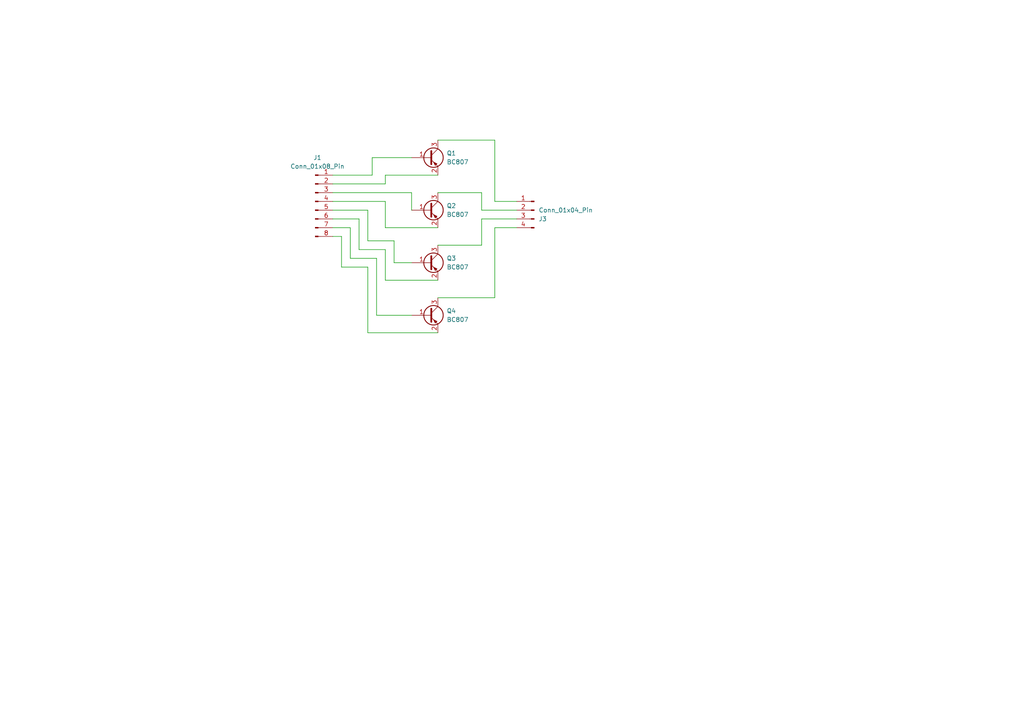
<source format=kicad_sch>
(kicad_sch (version 20230121) (generator eeschema)

  (uuid 4e6eaa1b-1fcc-4d9d-bff9-9a44e34fd559)

  (paper "A4")

  (lib_symbols
    (symbol "Connector:Conn_01x04_Pin" (pin_names (offset 1.016) hide) (in_bom yes) (on_board yes)
      (property "Reference" "J" (at 0 5.08 0)
        (effects (font (size 1.27 1.27)))
      )
      (property "Value" "Conn_01x04_Pin" (at 0 -7.62 0)
        (effects (font (size 1.27 1.27)))
      )
      (property "Footprint" "" (at 0 0 0)
        (effects (font (size 1.27 1.27)) hide)
      )
      (property "Datasheet" "~" (at 0 0 0)
        (effects (font (size 1.27 1.27)) hide)
      )
      (property "ki_locked" "" (at 0 0 0)
        (effects (font (size 1.27 1.27)))
      )
      (property "ki_keywords" "connector" (at 0 0 0)
        (effects (font (size 1.27 1.27)) hide)
      )
      (property "ki_description" "Generic connector, single row, 01x04, script generated" (at 0 0 0)
        (effects (font (size 1.27 1.27)) hide)
      )
      (property "ki_fp_filters" "Connector*:*_1x??_*" (at 0 0 0)
        (effects (font (size 1.27 1.27)) hide)
      )
      (symbol "Conn_01x04_Pin_1_1"
        (polyline
          (pts
            (xy 1.27 -5.08)
            (xy 0.8636 -5.08)
          )
          (stroke (width 0.1524) (type default))
          (fill (type none))
        )
        (polyline
          (pts
            (xy 1.27 -2.54)
            (xy 0.8636 -2.54)
          )
          (stroke (width 0.1524) (type default))
          (fill (type none))
        )
        (polyline
          (pts
            (xy 1.27 0)
            (xy 0.8636 0)
          )
          (stroke (width 0.1524) (type default))
          (fill (type none))
        )
        (polyline
          (pts
            (xy 1.27 2.54)
            (xy 0.8636 2.54)
          )
          (stroke (width 0.1524) (type default))
          (fill (type none))
        )
        (rectangle (start 0.8636 -4.953) (end 0 -5.207)
          (stroke (width 0.1524) (type default))
          (fill (type outline))
        )
        (rectangle (start 0.8636 -2.413) (end 0 -2.667)
          (stroke (width 0.1524) (type default))
          (fill (type outline))
        )
        (rectangle (start 0.8636 0.127) (end 0 -0.127)
          (stroke (width 0.1524) (type default))
          (fill (type outline))
        )
        (rectangle (start 0.8636 2.667) (end 0 2.413)
          (stroke (width 0.1524) (type default))
          (fill (type outline))
        )
        (pin passive line (at 5.08 2.54 180) (length 3.81)
          (name "Pin_1" (effects (font (size 1.27 1.27))))
          (number "1" (effects (font (size 1.27 1.27))))
        )
        (pin passive line (at 5.08 0 180) (length 3.81)
          (name "Pin_2" (effects (font (size 1.27 1.27))))
          (number "2" (effects (font (size 1.27 1.27))))
        )
        (pin passive line (at 5.08 -2.54 180) (length 3.81)
          (name "Pin_3" (effects (font (size 1.27 1.27))))
          (number "3" (effects (font (size 1.27 1.27))))
        )
        (pin passive line (at 5.08 -5.08 180) (length 3.81)
          (name "Pin_4" (effects (font (size 1.27 1.27))))
          (number "4" (effects (font (size 1.27 1.27))))
        )
      )
    )
    (symbol "Connector:Conn_01x08_Pin" (pin_names (offset 1.016) hide) (in_bom yes) (on_board yes)
      (property "Reference" "J" (at 0 10.16 0)
        (effects (font (size 1.27 1.27)))
      )
      (property "Value" "Conn_01x08_Pin" (at 0 -12.7 0)
        (effects (font (size 1.27 1.27)))
      )
      (property "Footprint" "" (at 0 0 0)
        (effects (font (size 1.27 1.27)) hide)
      )
      (property "Datasheet" "~" (at 0 0 0)
        (effects (font (size 1.27 1.27)) hide)
      )
      (property "ki_locked" "" (at 0 0 0)
        (effects (font (size 1.27 1.27)))
      )
      (property "ki_keywords" "connector" (at 0 0 0)
        (effects (font (size 1.27 1.27)) hide)
      )
      (property "ki_description" "Generic connector, single row, 01x08, script generated" (at 0 0 0)
        (effects (font (size 1.27 1.27)) hide)
      )
      (property "ki_fp_filters" "Connector*:*_1x??_*" (at 0 0 0)
        (effects (font (size 1.27 1.27)) hide)
      )
      (symbol "Conn_01x08_Pin_1_1"
        (polyline
          (pts
            (xy 1.27 -10.16)
            (xy 0.8636 -10.16)
          )
          (stroke (width 0.1524) (type default))
          (fill (type none))
        )
        (polyline
          (pts
            (xy 1.27 -7.62)
            (xy 0.8636 -7.62)
          )
          (stroke (width 0.1524) (type default))
          (fill (type none))
        )
        (polyline
          (pts
            (xy 1.27 -5.08)
            (xy 0.8636 -5.08)
          )
          (stroke (width 0.1524) (type default))
          (fill (type none))
        )
        (polyline
          (pts
            (xy 1.27 -2.54)
            (xy 0.8636 -2.54)
          )
          (stroke (width 0.1524) (type default))
          (fill (type none))
        )
        (polyline
          (pts
            (xy 1.27 0)
            (xy 0.8636 0)
          )
          (stroke (width 0.1524) (type default))
          (fill (type none))
        )
        (polyline
          (pts
            (xy 1.27 2.54)
            (xy 0.8636 2.54)
          )
          (stroke (width 0.1524) (type default))
          (fill (type none))
        )
        (polyline
          (pts
            (xy 1.27 5.08)
            (xy 0.8636 5.08)
          )
          (stroke (width 0.1524) (type default))
          (fill (type none))
        )
        (polyline
          (pts
            (xy 1.27 7.62)
            (xy 0.8636 7.62)
          )
          (stroke (width 0.1524) (type default))
          (fill (type none))
        )
        (rectangle (start 0.8636 -10.033) (end 0 -10.287)
          (stroke (width 0.1524) (type default))
          (fill (type outline))
        )
        (rectangle (start 0.8636 -7.493) (end 0 -7.747)
          (stroke (width 0.1524) (type default))
          (fill (type outline))
        )
        (rectangle (start 0.8636 -4.953) (end 0 -5.207)
          (stroke (width 0.1524) (type default))
          (fill (type outline))
        )
        (rectangle (start 0.8636 -2.413) (end 0 -2.667)
          (stroke (width 0.1524) (type default))
          (fill (type outline))
        )
        (rectangle (start 0.8636 0.127) (end 0 -0.127)
          (stroke (width 0.1524) (type default))
          (fill (type outline))
        )
        (rectangle (start 0.8636 2.667) (end 0 2.413)
          (stroke (width 0.1524) (type default))
          (fill (type outline))
        )
        (rectangle (start 0.8636 5.207) (end 0 4.953)
          (stroke (width 0.1524) (type default))
          (fill (type outline))
        )
        (rectangle (start 0.8636 7.747) (end 0 7.493)
          (stroke (width 0.1524) (type default))
          (fill (type outline))
        )
        (pin passive line (at 5.08 7.62 180) (length 3.81)
          (name "Pin_1" (effects (font (size 1.27 1.27))))
          (number "1" (effects (font (size 1.27 1.27))))
        )
        (pin passive line (at 5.08 5.08 180) (length 3.81)
          (name "Pin_2" (effects (font (size 1.27 1.27))))
          (number "2" (effects (font (size 1.27 1.27))))
        )
        (pin passive line (at 5.08 2.54 180) (length 3.81)
          (name "Pin_3" (effects (font (size 1.27 1.27))))
          (number "3" (effects (font (size 1.27 1.27))))
        )
        (pin passive line (at 5.08 0 180) (length 3.81)
          (name "Pin_4" (effects (font (size 1.27 1.27))))
          (number "4" (effects (font (size 1.27 1.27))))
        )
        (pin passive line (at 5.08 -2.54 180) (length 3.81)
          (name "Pin_5" (effects (font (size 1.27 1.27))))
          (number "5" (effects (font (size 1.27 1.27))))
        )
        (pin passive line (at 5.08 -5.08 180) (length 3.81)
          (name "Pin_6" (effects (font (size 1.27 1.27))))
          (number "6" (effects (font (size 1.27 1.27))))
        )
        (pin passive line (at 5.08 -7.62 180) (length 3.81)
          (name "Pin_7" (effects (font (size 1.27 1.27))))
          (number "7" (effects (font (size 1.27 1.27))))
        )
        (pin passive line (at 5.08 -10.16 180) (length 3.81)
          (name "Pin_8" (effects (font (size 1.27 1.27))))
          (number "8" (effects (font (size 1.27 1.27))))
        )
      )
    )
    (symbol "Transistor_BJT:BC807" (pin_names (offset 0) hide) (in_bom yes) (on_board yes)
      (property "Reference" "Q" (at 5.08 1.905 0)
        (effects (font (size 1.27 1.27)) (justify left))
      )
      (property "Value" "BC807" (at 5.08 0 0)
        (effects (font (size 1.27 1.27)) (justify left))
      )
      (property "Footprint" "Package_TO_SOT_SMD:SOT-23" (at 5.08 -1.905 0)
        (effects (font (size 1.27 1.27) italic) (justify left) hide)
      )
      (property "Datasheet" "https://www.onsemi.com/pub/Collateral/BC808-D.pdf" (at 0 0 0)
        (effects (font (size 1.27 1.27)) (justify left) hide)
      )
      (property "ki_keywords" "PNP Transistor" (at 0 0 0)
        (effects (font (size 1.27 1.27)) hide)
      )
      (property "ki_description" "0.8A Ic, 45V Vce, PNP Transistor, SOT-23" (at 0 0 0)
        (effects (font (size 1.27 1.27)) hide)
      )
      (property "ki_fp_filters" "SOT?23*" (at 0 0 0)
        (effects (font (size 1.27 1.27)) hide)
      )
      (symbol "BC807_0_1"
        (polyline
          (pts
            (xy 0.635 0.635)
            (xy 2.54 2.54)
          )
          (stroke (width 0) (type default))
          (fill (type none))
        )
        (polyline
          (pts
            (xy 0.635 -0.635)
            (xy 2.54 -2.54)
            (xy 2.54 -2.54)
          )
          (stroke (width 0) (type default))
          (fill (type none))
        )
        (polyline
          (pts
            (xy 0.635 1.905)
            (xy 0.635 -1.905)
            (xy 0.635 -1.905)
          )
          (stroke (width 0.508) (type default))
          (fill (type none))
        )
        (polyline
          (pts
            (xy 2.286 -1.778)
            (xy 1.778 -2.286)
            (xy 1.27 -1.27)
            (xy 2.286 -1.778)
            (xy 2.286 -1.778)
          )
          (stroke (width 0) (type default))
          (fill (type outline))
        )
        (circle (center 1.27 0) (radius 2.8194)
          (stroke (width 0.254) (type default))
          (fill (type none))
        )
      )
      (symbol "BC807_1_1"
        (pin input line (at -5.08 0 0) (length 5.715)
          (name "B" (effects (font (size 1.27 1.27))))
          (number "1" (effects (font (size 1.27 1.27))))
        )
        (pin passive line (at 2.54 -5.08 90) (length 2.54)
          (name "E" (effects (font (size 1.27 1.27))))
          (number "2" (effects (font (size 1.27 1.27))))
        )
        (pin passive line (at 2.54 5.08 270) (length 2.54)
          (name "C" (effects (font (size 1.27 1.27))))
          (number "3" (effects (font (size 1.27 1.27))))
        )
      )
    )
  )


  (wire (pts (xy 106.68 60.96) (xy 96.52 60.96))
    (stroke (width 0) (type default))
    (uuid 069ed1b0-0882-4d48-bd8c-70d9b93f1056)
  )
  (wire (pts (xy 143.51 58.42) (xy 149.86 58.42))
    (stroke (width 0) (type default))
    (uuid 09aef50a-acdc-485a-a0ba-cdd97a33d4e7)
  )
  (wire (pts (xy 127 96.52) (xy 106.68 96.52))
    (stroke (width 0) (type default))
    (uuid 0d37d31d-d04b-466f-9021-0fe70c836dd6)
  )
  (wire (pts (xy 107.95 45.72) (xy 107.95 50.8))
    (stroke (width 0) (type default))
    (uuid 11480944-6b8a-4682-b631-1461f9246409)
  )
  (wire (pts (xy 111.76 72.39) (xy 104.14 72.39))
    (stroke (width 0) (type default))
    (uuid 1e3830dc-d70a-4dfa-b0d1-fee3c5823874)
  )
  (wire (pts (xy 111.76 81.28) (xy 111.76 72.39))
    (stroke (width 0) (type default))
    (uuid 20fe5811-a834-4749-a1a6-8b1c33f5287c)
  )
  (wire (pts (xy 143.51 40.64) (xy 143.51 58.42))
    (stroke (width 0) (type default))
    (uuid 2288b1ab-30c9-4cd3-8624-04115e9e3c50)
  )
  (wire (pts (xy 104.14 63.5) (xy 96.52 63.5))
    (stroke (width 0) (type default))
    (uuid 23d345f4-de54-4959-a7e8-b349212d92d2)
  )
  (wire (pts (xy 96.52 68.58) (xy 99.06 68.58))
    (stroke (width 0) (type default))
    (uuid 2d12c8ae-36cb-4edd-81f9-cad4bfec5d73)
  )
  (wire (pts (xy 127 55.88) (xy 139.7 55.88))
    (stroke (width 0) (type default))
    (uuid 33f099c6-cc88-451a-ae4b-b305135c7c22)
  )
  (wire (pts (xy 119.38 91.44) (xy 109.22 91.44))
    (stroke (width 0) (type default))
    (uuid 35c317b1-c8ca-486e-876f-3b5511813a66)
  )
  (wire (pts (xy 101.6 66.04) (xy 96.52 66.04))
    (stroke (width 0) (type default))
    (uuid 37f3c4fe-90eb-49c2-ba9b-e6caa4828641)
  )
  (wire (pts (xy 119.38 76.2) (xy 114.3 76.2))
    (stroke (width 0) (type default))
    (uuid 3ba5f05b-2f4a-41d2-a88c-6dee28144e69)
  )
  (wire (pts (xy 119.38 45.72) (xy 107.95 45.72))
    (stroke (width 0) (type default))
    (uuid 44d43448-0675-4ba9-a3a5-8034269190d9)
  )
  (wire (pts (xy 114.3 76.2) (xy 114.3 69.85))
    (stroke (width 0) (type default))
    (uuid 4cb90aa0-99cf-45c1-89c3-2ef16d52078e)
  )
  (wire (pts (xy 111.76 66.04) (xy 127 66.04))
    (stroke (width 0) (type default))
    (uuid 4d5146e6-583e-42f5-bb5f-1fbb09b03bf1)
  )
  (wire (pts (xy 127 71.12) (xy 139.7 71.12))
    (stroke (width 0) (type default))
    (uuid 55d4c48a-1694-459d-9349-d488ffcc018c)
  )
  (wire (pts (xy 127 40.64) (xy 143.51 40.64))
    (stroke (width 0) (type default))
    (uuid 5ac09e5b-b265-429c-8f3a-42a859ed4b8d)
  )
  (wire (pts (xy 139.7 71.12) (xy 139.7 63.5))
    (stroke (width 0) (type default))
    (uuid 6c9409fc-dec1-42f1-a0d7-07e770aae1d5)
  )
  (wire (pts (xy 139.7 60.96) (xy 149.86 60.96))
    (stroke (width 0) (type default))
    (uuid 6d0e25ed-8195-420a-beec-6a9f4be6192b)
  )
  (wire (pts (xy 127 81.28) (xy 111.76 81.28))
    (stroke (width 0) (type default))
    (uuid 771c31f6-d84b-483f-9d7e-91c0c6af34be)
  )
  (wire (pts (xy 96.52 50.8) (xy 107.95 50.8))
    (stroke (width 0) (type default))
    (uuid 77d7fab3-b3c4-4bf7-b9ea-a43daf13ee67)
  )
  (wire (pts (xy 143.51 86.36) (xy 143.51 66.04))
    (stroke (width 0) (type default))
    (uuid 80545d5d-fe74-414f-9d84-12ff3234b95a)
  )
  (wire (pts (xy 106.68 69.85) (xy 106.68 60.96))
    (stroke (width 0) (type default))
    (uuid 929ae45a-69d5-4c6c-aad6-029722fd45fe)
  )
  (wire (pts (xy 109.22 91.44) (xy 109.22 74.93))
    (stroke (width 0) (type default))
    (uuid 97b919e7-d4dc-46da-953e-fa06980b180d)
  )
  (wire (pts (xy 127 50.8) (xy 111.76 50.8))
    (stroke (width 0) (type default))
    (uuid 9bb79926-a733-4f1e-9c49-f782f35c1fec)
  )
  (wire (pts (xy 111.76 58.42) (xy 111.76 66.04))
    (stroke (width 0) (type default))
    (uuid 9f3583b7-b0c8-43fe-a273-841dee1a3bc1)
  )
  (wire (pts (xy 127 86.36) (xy 143.51 86.36))
    (stroke (width 0) (type default))
    (uuid a757d572-1bc1-42a7-8af7-610554abe15d)
  )
  (wire (pts (xy 101.6 74.93) (xy 101.6 66.04))
    (stroke (width 0) (type default))
    (uuid afb33e2b-1327-4a12-a990-ce56a4e1ae76)
  )
  (wire (pts (xy 139.7 63.5) (xy 149.86 63.5))
    (stroke (width 0) (type default))
    (uuid b14c9770-c3b2-4546-86bd-8b46bad9bc53)
  )
  (wire (pts (xy 111.76 50.8) (xy 111.76 53.34))
    (stroke (width 0) (type default))
    (uuid b435db94-2dc5-4a3f-a77e-794bea46e004)
  )
  (wire (pts (xy 104.14 72.39) (xy 104.14 63.5))
    (stroke (width 0) (type default))
    (uuid bd78c680-ff7e-4c70-9505-517ee97999bd)
  )
  (wire (pts (xy 114.3 69.85) (xy 106.68 69.85))
    (stroke (width 0) (type default))
    (uuid cb668061-5024-4710-81a6-79c4cf45aa5c)
  )
  (wire (pts (xy 96.52 58.42) (xy 111.76 58.42))
    (stroke (width 0) (type default))
    (uuid cd390280-b677-469a-8bdd-7699ee56c068)
  )
  (wire (pts (xy 119.38 60.96) (xy 119.38 55.88))
    (stroke (width 0) (type default))
    (uuid de9ae71a-c60b-4e0c-b7f8-1d47531f7f42)
  )
  (wire (pts (xy 109.22 74.93) (xy 101.6 74.93))
    (stroke (width 0) (type default))
    (uuid def755f8-237e-4b75-be82-a51d44dbde5c)
  )
  (wire (pts (xy 106.68 77.47) (xy 99.06 77.47))
    (stroke (width 0) (type default))
    (uuid e4494a6d-ab07-4484-92e7-af4025432d92)
  )
  (wire (pts (xy 96.52 53.34) (xy 111.76 53.34))
    (stroke (width 0) (type default))
    (uuid ecf62773-fbfc-4edd-a59c-0f7595e426f8)
  )
  (wire (pts (xy 139.7 55.88) (xy 139.7 60.96))
    (stroke (width 0) (type default))
    (uuid ed0065ac-216c-46b9-baf5-303bc34a9a6d)
  )
  (wire (pts (xy 96.52 55.88) (xy 119.38 55.88))
    (stroke (width 0) (type default))
    (uuid f1ca305e-8462-45f6-bc9b-61866972599d)
  )
  (wire (pts (xy 106.68 96.52) (xy 106.68 77.47))
    (stroke (width 0) (type default))
    (uuid f2064d17-0490-4e2e-80d6-697eca9e8b6f)
  )
  (wire (pts (xy 143.51 66.04) (xy 149.86 66.04))
    (stroke (width 0) (type default))
    (uuid f2922f5d-07c7-4194-8e4a-484033d35631)
  )
  (wire (pts (xy 99.06 68.58) (xy 99.06 77.47))
    (stroke (width 0) (type default))
    (uuid fb980acb-f9f3-462f-9eba-8b6d162ea073)
  )

  (symbol (lib_id "Transistor_BJT:BC807") (at 124.46 76.2 0) (unit 1)
    (in_bom yes) (on_board yes) (dnp no) (fields_autoplaced)
    (uuid 3963548b-c6f9-4a5b-b7fc-eb514db1af02)
    (property "Reference" "Q3" (at 129.54 74.93 0)
      (effects (font (size 1.27 1.27)) (justify left))
    )
    (property "Value" "BC807" (at 129.54 77.47 0)
      (effects (font (size 1.27 1.27)) (justify left))
    )
    (property "Footprint" "Package_TO_SOT_SMD:SOT-23" (at 129.54 78.105 0)
      (effects (font (size 1.27 1.27) italic) (justify left) hide)
    )
    (property "Datasheet" "https://www.onsemi.com/pub/Collateral/BC808-D.pdf" (at 124.46 76.2 0)
      (effects (font (size 1.27 1.27)) (justify left) hide)
    )
    (pin "2" (uuid f2fff2d0-a95c-4b80-ae2c-e5352c79e071))
    (pin "3" (uuid 692e1308-8259-46c9-875f-467c7d917eb1))
    (pin "1" (uuid 44463a22-5742-4f12-8faf-840f38424724))
    (instances
      (project "Adaptador SOT-23"
        (path "/4e6eaa1b-1fcc-4d9d-bff9-9a44e34fd559"
          (reference "Q3") (unit 1)
        )
      )
    )
  )

  (symbol (lib_id "Connector:Conn_01x04_Pin") (at 154.94 60.96 0) (mirror y) (unit 1)
    (in_bom yes) (on_board yes) (dnp no)
    (uuid 3ca51599-cbbb-4f4f-8993-45f55ed4dad6)
    (property "Reference" "J3" (at 156.21 63.5 0)
      (effects (font (size 1.27 1.27)) (justify right))
    )
    (property "Value" "Conn_01x04_Pin" (at 156.21 60.96 0)
      (effects (font (size 1.27 1.27)) (justify right))
    )
    (property "Footprint" "Connector_PinHeader_2.54mm:PinHeader_1x04_P2.54mm_Vertical" (at 154.94 60.96 0)
      (effects (font (size 1.27 1.27)) hide)
    )
    (property "Datasheet" "~" (at 154.94 60.96 0)
      (effects (font (size 1.27 1.27)) hide)
    )
    (pin "4" (uuid cc827f8d-f2c4-45da-9fc8-ff6a82c268f4))
    (pin "2" (uuid 718b8bbd-4d94-4ca2-8313-e2ddd45845f1))
    (pin "3" (uuid 18d03b29-8c09-4329-8eb6-bd73426c74b8))
    (pin "1" (uuid 7bfe9107-73fe-4221-ab64-d8bd9d6f8ae8))
    (instances
      (project "Adaptador SOT-23"
        (path "/4e6eaa1b-1fcc-4d9d-bff9-9a44e34fd559"
          (reference "J3") (unit 1)
        )
      )
    )
  )

  (symbol (lib_id "Connector:Conn_01x08_Pin") (at 91.44 58.42 0) (unit 1)
    (in_bom yes) (on_board yes) (dnp no) (fields_autoplaced)
    (uuid 643f2291-17aa-43e8-a425-1c60ed625bca)
    (property "Reference" "J1" (at 92.075 45.72 0)
      (effects (font (size 1.27 1.27)))
    )
    (property "Value" "Conn_01x08_Pin" (at 92.075 48.26 0)
      (effects (font (size 1.27 1.27)))
    )
    (property "Footprint" "Connector_PinHeader_2.54mm:PinHeader_1x08_P2.54mm_Vertical" (at 91.44 58.42 0)
      (effects (font (size 1.27 1.27)) hide)
    )
    (property "Datasheet" "~" (at 91.44 58.42 0)
      (effects (font (size 1.27 1.27)) hide)
    )
    (pin "2" (uuid 162442c2-e751-41bb-99eb-996a742f41c2))
    (pin "4" (uuid 3e7aecdd-5429-41db-8dfb-3e9f786fc0e1))
    (pin "5" (uuid dc70d9a8-79f3-48b7-978f-d195588e16ed))
    (pin "3" (uuid 9663e5a6-a2e3-4bef-8a70-79f30f993042))
    (pin "7" (uuid 4455fd00-f1c2-4457-8586-7bf26797cdb6))
    (pin "8" (uuid 0dc03769-0f5b-43fc-97d0-bbc2306c0ccb))
    (pin "1" (uuid c4bd99c0-68d5-4f18-a338-264d1b9dc2b2))
    (pin "6" (uuid d84d621c-9f3a-4e48-9f7c-9285d100ae23))
    (instances
      (project "Adaptador SOT-23"
        (path "/4e6eaa1b-1fcc-4d9d-bff9-9a44e34fd559"
          (reference "J1") (unit 1)
        )
      )
    )
  )

  (symbol (lib_id "Transistor_BJT:BC807") (at 124.46 60.96 0) (unit 1)
    (in_bom yes) (on_board yes) (dnp no) (fields_autoplaced)
    (uuid 68780018-a5ad-4f21-82c9-4e8b6ab76b49)
    (property "Reference" "Q2" (at 129.54 59.69 0)
      (effects (font (size 1.27 1.27)) (justify left))
    )
    (property "Value" "BC807" (at 129.54 62.23 0)
      (effects (font (size 1.27 1.27)) (justify left))
    )
    (property "Footprint" "Package_TO_SOT_SMD:SOT-23" (at 129.54 62.865 0)
      (effects (font (size 1.27 1.27) italic) (justify left) hide)
    )
    (property "Datasheet" "https://www.onsemi.com/pub/Collateral/BC808-D.pdf" (at 124.46 60.96 0)
      (effects (font (size 1.27 1.27)) (justify left) hide)
    )
    (pin "2" (uuid 2e15d9fd-cd2f-41fa-bade-28fdd554fc92))
    (pin "3" (uuid 885cefac-b7eb-46a0-ac81-58ef423eff7d))
    (pin "1" (uuid b3b9aeb2-e820-47f1-9dd6-9833a8138500))
    (instances
      (project "Adaptador SOT-23"
        (path "/4e6eaa1b-1fcc-4d9d-bff9-9a44e34fd559"
          (reference "Q2") (unit 1)
        )
      )
    )
  )

  (symbol (lib_id "Transistor_BJT:BC807") (at 124.46 45.72 0) (unit 1)
    (in_bom yes) (on_board yes) (dnp no) (fields_autoplaced)
    (uuid 698f03b3-e034-48c7-be45-52028f16175d)
    (property "Reference" "Q1" (at 129.54 44.45 0)
      (effects (font (size 1.27 1.27)) (justify left))
    )
    (property "Value" "BC807" (at 129.54 46.99 0)
      (effects (font (size 1.27 1.27)) (justify left))
    )
    (property "Footprint" "Package_TO_SOT_SMD:SOT-23" (at 129.54 47.625 0)
      (effects (font (size 1.27 1.27) italic) (justify left) hide)
    )
    (property "Datasheet" "https://www.onsemi.com/pub/Collateral/BC808-D.pdf" (at 124.46 45.72 0)
      (effects (font (size 1.27 1.27)) (justify left) hide)
    )
    (pin "2" (uuid f019e123-6a06-4484-b4cc-7eb9b769758f))
    (pin "3" (uuid e993a0f3-e4e4-4c71-9e74-8ea1016f3dda))
    (pin "1" (uuid c4bb1c1e-2306-48d3-90ba-b081cb30ad54))
    (instances
      (project "Adaptador SOT-23"
        (path "/4e6eaa1b-1fcc-4d9d-bff9-9a44e34fd559"
          (reference "Q1") (unit 1)
        )
      )
    )
  )

  (symbol (lib_id "Transistor_BJT:BC807") (at 124.46 91.44 0) (unit 1)
    (in_bom yes) (on_board yes) (dnp no) (fields_autoplaced)
    (uuid 83956c2f-13e9-44c4-99c3-7402692e8261)
    (property "Reference" "Q4" (at 129.54 90.17 0)
      (effects (font (size 1.27 1.27)) (justify left))
    )
    (property "Value" "BC807" (at 129.54 92.71 0)
      (effects (font (size 1.27 1.27)) (justify left))
    )
    (property "Footprint" "Package_TO_SOT_SMD:SOT-23" (at 129.54 93.345 0)
      (effects (font (size 1.27 1.27) italic) (justify left) hide)
    )
    (property "Datasheet" "https://www.onsemi.com/pub/Collateral/BC808-D.pdf" (at 124.46 91.44 0)
      (effects (font (size 1.27 1.27)) (justify left) hide)
    )
    (pin "2" (uuid 4fa1b995-1851-458e-8c3c-cca95d9d3236))
    (pin "3" (uuid 17f40ee1-a587-417c-8fdf-1cb9fe49a2dc))
    (pin "1" (uuid 988b04db-5380-4024-982f-0bd30773a81e))
    (instances
      (project "Adaptador SOT-23"
        (path "/4e6eaa1b-1fcc-4d9d-bff9-9a44e34fd559"
          (reference "Q4") (unit 1)
        )
      )
    )
  )

  (sheet_instances
    (path "/" (page "1"))
  )
)

</source>
